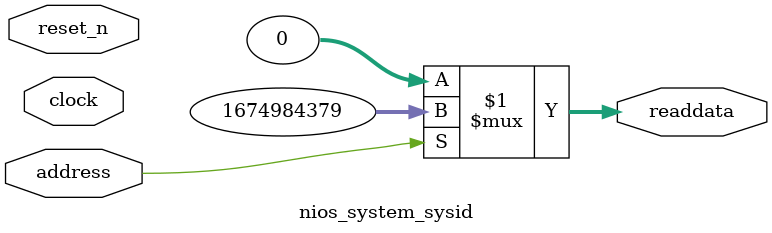
<source format=v>

`timescale 1ns / 1ps
// synthesis translate_on

// turn off superfluous verilog processor warnings 
// altera message_level Level1 
// altera message_off 10034 10035 10036 10037 10230 10240 10030 

module nios_system_sysid (
               // inputs:
                address,
                clock,
                reset_n,

               // outputs:
                readdata
             )
;

  output  [ 31: 0] readdata;
  input            address;
  input            clock;
  input            reset_n;

  wire    [ 31: 0] readdata;
  //control_slave, which is an e_avalon_slave
  assign readdata = address ? 1674984379 : 0;

endmodule




</source>
